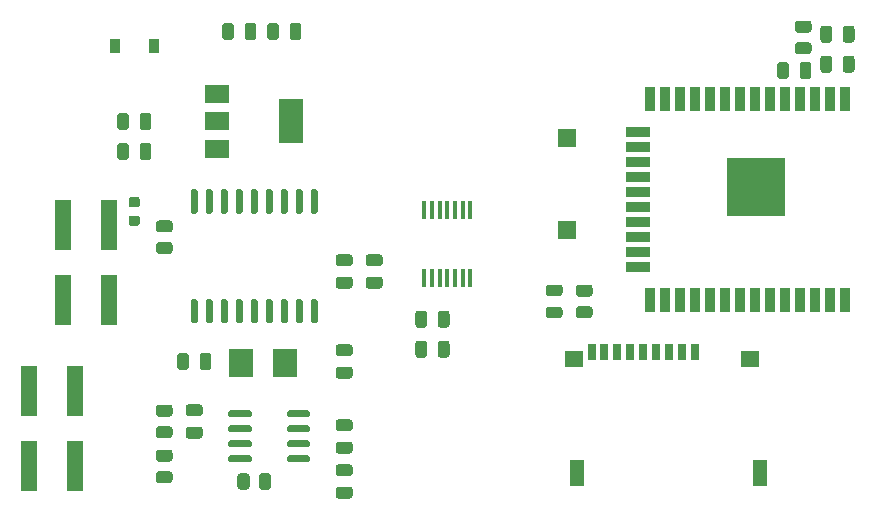
<source format=gbr>
%TF.GenerationSoftware,KiCad,Pcbnew,(5.1.9)-1*%
%TF.CreationDate,2021-06-15T18:17:50-05:00*%
%TF.ProjectId,SLKCAN,534c4b43-414e-42e6-9b69-6361645f7063,rev?*%
%TF.SameCoordinates,Original*%
%TF.FileFunction,Paste,Top*%
%TF.FilePolarity,Positive*%
%FSLAX46Y46*%
G04 Gerber Fmt 4.6, Leading zero omitted, Abs format (unit mm)*
G04 Created by KiCad (PCBNEW (5.1.9)-1) date 2021-06-15 18:17:50*
%MOMM*%
%LPD*%
G01*
G04 APERTURE LIST*
%ADD10R,0.410000X1.570000*%
%ADD11R,1.400000X4.200000*%
%ADD12R,2.000000X2.400000*%
%ADD13R,0.900000X2.000000*%
%ADD14R,2.000000X0.900000*%
%ADD15R,5.000000X5.000000*%
%ADD16R,2.000000X1.500000*%
%ADD17R,2.000000X3.800000*%
%ADD18R,1.500000X1.500000*%
%ADD19R,1.200000X2.200000*%
%ADD20R,1.600000X1.400000*%
%ADD21R,0.700000X1.400000*%
%ADD22R,0.900000X1.200000*%
G04 APERTURE END LIST*
D10*
%TO.C,U6*%
X150294303Y-87539275D03*
X150944303Y-87539275D03*
X151594303Y-87539275D03*
X152244303Y-87539275D03*
X152894303Y-87539275D03*
X153544303Y-87539275D03*
X154194303Y-87539275D03*
X154194303Y-93279275D03*
X153544303Y-93279275D03*
X152894303Y-93279275D03*
X152244303Y-93279275D03*
X151594303Y-93279275D03*
X150944303Y-93279275D03*
X150294303Y-93279275D03*
%TD*%
D11*
%TO.C,L4*%
X119686989Y-95147279D03*
X123586989Y-95147279D03*
%TD*%
%TO.C,L3*%
X116840000Y-102870000D03*
X120740000Y-102870000D03*
%TD*%
%TO.C,L2*%
X116840000Y-109220000D03*
X120740000Y-109220000D03*
%TD*%
%TO.C,L1*%
X119686989Y-88797279D03*
X123586989Y-88797279D03*
%TD*%
D12*
%TO.C,Y1*%
X134802821Y-100487227D03*
X138502821Y-100487227D03*
%TD*%
%TO.C,U5*%
G36*
G01*
X135660000Y-108435000D02*
X135660000Y-108735000D01*
G75*
G02*
X135510000Y-108885000I-150000J0D01*
G01*
X133860000Y-108885000D01*
G75*
G02*
X133710000Y-108735000I0J150000D01*
G01*
X133710000Y-108435000D01*
G75*
G02*
X133860000Y-108285000I150000J0D01*
G01*
X135510000Y-108285000D01*
G75*
G02*
X135660000Y-108435000I0J-150000D01*
G01*
G37*
G36*
G01*
X135660000Y-107165000D02*
X135660000Y-107465000D01*
G75*
G02*
X135510000Y-107615000I-150000J0D01*
G01*
X133860000Y-107615000D01*
G75*
G02*
X133710000Y-107465000I0J150000D01*
G01*
X133710000Y-107165000D01*
G75*
G02*
X133860000Y-107015000I150000J0D01*
G01*
X135510000Y-107015000D01*
G75*
G02*
X135660000Y-107165000I0J-150000D01*
G01*
G37*
G36*
G01*
X135660000Y-105895000D02*
X135660000Y-106195000D01*
G75*
G02*
X135510000Y-106345000I-150000J0D01*
G01*
X133860000Y-106345000D01*
G75*
G02*
X133710000Y-106195000I0J150000D01*
G01*
X133710000Y-105895000D01*
G75*
G02*
X133860000Y-105745000I150000J0D01*
G01*
X135510000Y-105745000D01*
G75*
G02*
X135660000Y-105895000I0J-150000D01*
G01*
G37*
G36*
G01*
X135660000Y-104625000D02*
X135660000Y-104925000D01*
G75*
G02*
X135510000Y-105075000I-150000J0D01*
G01*
X133860000Y-105075000D01*
G75*
G02*
X133710000Y-104925000I0J150000D01*
G01*
X133710000Y-104625000D01*
G75*
G02*
X133860000Y-104475000I150000J0D01*
G01*
X135510000Y-104475000D01*
G75*
G02*
X135660000Y-104625000I0J-150000D01*
G01*
G37*
G36*
G01*
X140610000Y-104625000D02*
X140610000Y-104925000D01*
G75*
G02*
X140460000Y-105075000I-150000J0D01*
G01*
X138810000Y-105075000D01*
G75*
G02*
X138660000Y-104925000I0J150000D01*
G01*
X138660000Y-104625000D01*
G75*
G02*
X138810000Y-104475000I150000J0D01*
G01*
X140460000Y-104475000D01*
G75*
G02*
X140610000Y-104625000I0J-150000D01*
G01*
G37*
G36*
G01*
X140610000Y-105895000D02*
X140610000Y-106195000D01*
G75*
G02*
X140460000Y-106345000I-150000J0D01*
G01*
X138810000Y-106345000D01*
G75*
G02*
X138660000Y-106195000I0J150000D01*
G01*
X138660000Y-105895000D01*
G75*
G02*
X138810000Y-105745000I150000J0D01*
G01*
X140460000Y-105745000D01*
G75*
G02*
X140610000Y-105895000I0J-150000D01*
G01*
G37*
G36*
G01*
X140610000Y-107165000D02*
X140610000Y-107465000D01*
G75*
G02*
X140460000Y-107615000I-150000J0D01*
G01*
X138810000Y-107615000D01*
G75*
G02*
X138660000Y-107465000I0J150000D01*
G01*
X138660000Y-107165000D01*
G75*
G02*
X138810000Y-107015000I150000J0D01*
G01*
X140460000Y-107015000D01*
G75*
G02*
X140610000Y-107165000I0J-150000D01*
G01*
G37*
G36*
G01*
X140610000Y-108435000D02*
X140610000Y-108735000D01*
G75*
G02*
X140460000Y-108885000I-150000J0D01*
G01*
X138810000Y-108885000D01*
G75*
G02*
X138660000Y-108735000I0J150000D01*
G01*
X138660000Y-108435000D01*
G75*
G02*
X138810000Y-108285000I150000J0D01*
G01*
X140460000Y-108285000D01*
G75*
G02*
X140610000Y-108435000I0J-150000D01*
G01*
G37*
%TD*%
%TO.C,U4*%
G36*
G01*
X130960000Y-87815000D02*
X130660000Y-87815000D01*
G75*
G02*
X130510000Y-87665000I0J150000D01*
G01*
X130510000Y-85915000D01*
G75*
G02*
X130660000Y-85765000I150000J0D01*
G01*
X130960000Y-85765000D01*
G75*
G02*
X131110000Y-85915000I0J-150000D01*
G01*
X131110000Y-87665000D01*
G75*
G02*
X130960000Y-87815000I-150000J0D01*
G01*
G37*
G36*
G01*
X132230000Y-87815000D02*
X131930000Y-87815000D01*
G75*
G02*
X131780000Y-87665000I0J150000D01*
G01*
X131780000Y-85915000D01*
G75*
G02*
X131930000Y-85765000I150000J0D01*
G01*
X132230000Y-85765000D01*
G75*
G02*
X132380000Y-85915000I0J-150000D01*
G01*
X132380000Y-87665000D01*
G75*
G02*
X132230000Y-87815000I-150000J0D01*
G01*
G37*
G36*
G01*
X133500000Y-87815000D02*
X133200000Y-87815000D01*
G75*
G02*
X133050000Y-87665000I0J150000D01*
G01*
X133050000Y-85915000D01*
G75*
G02*
X133200000Y-85765000I150000J0D01*
G01*
X133500000Y-85765000D01*
G75*
G02*
X133650000Y-85915000I0J-150000D01*
G01*
X133650000Y-87665000D01*
G75*
G02*
X133500000Y-87815000I-150000J0D01*
G01*
G37*
G36*
G01*
X134770000Y-87815000D02*
X134470000Y-87815000D01*
G75*
G02*
X134320000Y-87665000I0J150000D01*
G01*
X134320000Y-85915000D01*
G75*
G02*
X134470000Y-85765000I150000J0D01*
G01*
X134770000Y-85765000D01*
G75*
G02*
X134920000Y-85915000I0J-150000D01*
G01*
X134920000Y-87665000D01*
G75*
G02*
X134770000Y-87815000I-150000J0D01*
G01*
G37*
G36*
G01*
X136040000Y-87815000D02*
X135740000Y-87815000D01*
G75*
G02*
X135590000Y-87665000I0J150000D01*
G01*
X135590000Y-85915000D01*
G75*
G02*
X135740000Y-85765000I150000J0D01*
G01*
X136040000Y-85765000D01*
G75*
G02*
X136190000Y-85915000I0J-150000D01*
G01*
X136190000Y-87665000D01*
G75*
G02*
X136040000Y-87815000I-150000J0D01*
G01*
G37*
G36*
G01*
X137310000Y-87815000D02*
X137010000Y-87815000D01*
G75*
G02*
X136860000Y-87665000I0J150000D01*
G01*
X136860000Y-85915000D01*
G75*
G02*
X137010000Y-85765000I150000J0D01*
G01*
X137310000Y-85765000D01*
G75*
G02*
X137460000Y-85915000I0J-150000D01*
G01*
X137460000Y-87665000D01*
G75*
G02*
X137310000Y-87815000I-150000J0D01*
G01*
G37*
G36*
G01*
X138580000Y-87815000D02*
X138280000Y-87815000D01*
G75*
G02*
X138130000Y-87665000I0J150000D01*
G01*
X138130000Y-85915000D01*
G75*
G02*
X138280000Y-85765000I150000J0D01*
G01*
X138580000Y-85765000D01*
G75*
G02*
X138730000Y-85915000I0J-150000D01*
G01*
X138730000Y-87665000D01*
G75*
G02*
X138580000Y-87815000I-150000J0D01*
G01*
G37*
G36*
G01*
X139850000Y-87815000D02*
X139550000Y-87815000D01*
G75*
G02*
X139400000Y-87665000I0J150000D01*
G01*
X139400000Y-85915000D01*
G75*
G02*
X139550000Y-85765000I150000J0D01*
G01*
X139850000Y-85765000D01*
G75*
G02*
X140000000Y-85915000I0J-150000D01*
G01*
X140000000Y-87665000D01*
G75*
G02*
X139850000Y-87815000I-150000J0D01*
G01*
G37*
G36*
G01*
X141120000Y-87815000D02*
X140820000Y-87815000D01*
G75*
G02*
X140670000Y-87665000I0J150000D01*
G01*
X140670000Y-85915000D01*
G75*
G02*
X140820000Y-85765000I150000J0D01*
G01*
X141120000Y-85765000D01*
G75*
G02*
X141270000Y-85915000I0J-150000D01*
G01*
X141270000Y-87665000D01*
G75*
G02*
X141120000Y-87815000I-150000J0D01*
G01*
G37*
G36*
G01*
X141120000Y-97115000D02*
X140820000Y-97115000D01*
G75*
G02*
X140670000Y-96965000I0J150000D01*
G01*
X140670000Y-95215000D01*
G75*
G02*
X140820000Y-95065000I150000J0D01*
G01*
X141120000Y-95065000D01*
G75*
G02*
X141270000Y-95215000I0J-150000D01*
G01*
X141270000Y-96965000D01*
G75*
G02*
X141120000Y-97115000I-150000J0D01*
G01*
G37*
G36*
G01*
X139850000Y-97115000D02*
X139550000Y-97115000D01*
G75*
G02*
X139400000Y-96965000I0J150000D01*
G01*
X139400000Y-95215000D01*
G75*
G02*
X139550000Y-95065000I150000J0D01*
G01*
X139850000Y-95065000D01*
G75*
G02*
X140000000Y-95215000I0J-150000D01*
G01*
X140000000Y-96965000D01*
G75*
G02*
X139850000Y-97115000I-150000J0D01*
G01*
G37*
G36*
G01*
X138580000Y-97115000D02*
X138280000Y-97115000D01*
G75*
G02*
X138130000Y-96965000I0J150000D01*
G01*
X138130000Y-95215000D01*
G75*
G02*
X138280000Y-95065000I150000J0D01*
G01*
X138580000Y-95065000D01*
G75*
G02*
X138730000Y-95215000I0J-150000D01*
G01*
X138730000Y-96965000D01*
G75*
G02*
X138580000Y-97115000I-150000J0D01*
G01*
G37*
G36*
G01*
X137310000Y-97115000D02*
X137010000Y-97115000D01*
G75*
G02*
X136860000Y-96965000I0J150000D01*
G01*
X136860000Y-95215000D01*
G75*
G02*
X137010000Y-95065000I150000J0D01*
G01*
X137310000Y-95065000D01*
G75*
G02*
X137460000Y-95215000I0J-150000D01*
G01*
X137460000Y-96965000D01*
G75*
G02*
X137310000Y-97115000I-150000J0D01*
G01*
G37*
G36*
G01*
X136040000Y-97115000D02*
X135740000Y-97115000D01*
G75*
G02*
X135590000Y-96965000I0J150000D01*
G01*
X135590000Y-95215000D01*
G75*
G02*
X135740000Y-95065000I150000J0D01*
G01*
X136040000Y-95065000D01*
G75*
G02*
X136190000Y-95215000I0J-150000D01*
G01*
X136190000Y-96965000D01*
G75*
G02*
X136040000Y-97115000I-150000J0D01*
G01*
G37*
G36*
G01*
X134770000Y-97115000D02*
X134470000Y-97115000D01*
G75*
G02*
X134320000Y-96965000I0J150000D01*
G01*
X134320000Y-95215000D01*
G75*
G02*
X134470000Y-95065000I150000J0D01*
G01*
X134770000Y-95065000D01*
G75*
G02*
X134920000Y-95215000I0J-150000D01*
G01*
X134920000Y-96965000D01*
G75*
G02*
X134770000Y-97115000I-150000J0D01*
G01*
G37*
G36*
G01*
X133500000Y-97115000D02*
X133200000Y-97115000D01*
G75*
G02*
X133050000Y-96965000I0J150000D01*
G01*
X133050000Y-95215000D01*
G75*
G02*
X133200000Y-95065000I150000J0D01*
G01*
X133500000Y-95065000D01*
G75*
G02*
X133650000Y-95215000I0J-150000D01*
G01*
X133650000Y-96965000D01*
G75*
G02*
X133500000Y-97115000I-150000J0D01*
G01*
G37*
G36*
G01*
X132230000Y-97115000D02*
X131930000Y-97115000D01*
G75*
G02*
X131780000Y-96965000I0J150000D01*
G01*
X131780000Y-95215000D01*
G75*
G02*
X131930000Y-95065000I150000J0D01*
G01*
X132230000Y-95065000D01*
G75*
G02*
X132380000Y-95215000I0J-150000D01*
G01*
X132380000Y-96965000D01*
G75*
G02*
X132230000Y-97115000I-150000J0D01*
G01*
G37*
G36*
G01*
X130960000Y-97115000D02*
X130660000Y-97115000D01*
G75*
G02*
X130510000Y-96965000I0J150000D01*
G01*
X130510000Y-95215000D01*
G75*
G02*
X130660000Y-95065000I150000J0D01*
G01*
X130960000Y-95065000D01*
G75*
G02*
X131110000Y-95215000I0J-150000D01*
G01*
X131110000Y-96965000D01*
G75*
G02*
X130960000Y-97115000I-150000J0D01*
G01*
G37*
%TD*%
D13*
%TO.C,U3*%
X185899303Y-95099275D03*
X184629303Y-95099275D03*
X183359303Y-95099275D03*
X182089303Y-95099275D03*
X180819303Y-95099275D03*
X179549303Y-95099275D03*
X178279303Y-95099275D03*
X177009303Y-95099275D03*
X175739303Y-95099275D03*
X174469303Y-95099275D03*
X173199303Y-95099275D03*
X171929303Y-95099275D03*
X170659303Y-95099275D03*
X169389303Y-95099275D03*
D14*
X168389303Y-92314275D03*
X168389303Y-91044275D03*
X168389303Y-89774275D03*
X168389303Y-88504275D03*
X168389303Y-87234275D03*
X168389303Y-85964275D03*
X168389303Y-84694275D03*
X168389303Y-83424275D03*
X168389303Y-82154275D03*
X168389303Y-80884275D03*
D13*
X169389303Y-78099275D03*
X170659303Y-78099275D03*
X171929303Y-78099275D03*
X173199303Y-78099275D03*
X174469303Y-78099275D03*
X175739303Y-78099275D03*
X177009303Y-78099275D03*
X178279303Y-78099275D03*
X179549303Y-78099275D03*
X180819303Y-78099275D03*
X182089303Y-78099275D03*
X183359303Y-78099275D03*
X184629303Y-78099275D03*
X185899303Y-78099275D03*
D15*
X178399303Y-85599275D03*
%TD*%
D16*
%TO.C,U1*%
X132740000Y-77710000D03*
X132740000Y-82310000D03*
X132740000Y-80010000D03*
D17*
X139040000Y-80010000D03*
%TD*%
D18*
%TO.C,SW1*%
X162404303Y-81429275D03*
X162404303Y-89229275D03*
%TD*%
%TO.C,R6*%
G36*
G01*
X163379998Y-95650000D02*
X164280002Y-95650000D01*
G75*
G02*
X164530000Y-95899998I0J-249998D01*
G01*
X164530000Y-96425002D01*
G75*
G02*
X164280002Y-96675000I-249998J0D01*
G01*
X163379998Y-96675000D01*
G75*
G02*
X163130000Y-96425002I0J249998D01*
G01*
X163130000Y-95899998D01*
G75*
G02*
X163379998Y-95650000I249998J0D01*
G01*
G37*
G36*
G01*
X163379998Y-93825000D02*
X164280002Y-93825000D01*
G75*
G02*
X164530000Y-94074998I0J-249998D01*
G01*
X164530000Y-94600002D01*
G75*
G02*
X164280002Y-94850000I-249998J0D01*
G01*
X163379998Y-94850000D01*
G75*
G02*
X163130000Y-94600002I0J249998D01*
G01*
X163130000Y-94074998D01*
G75*
G02*
X163379998Y-93825000I249998J0D01*
G01*
G37*
%TD*%
%TO.C,R5*%
G36*
G01*
X127819998Y-105810000D02*
X128720002Y-105810000D01*
G75*
G02*
X128970000Y-106059998I0J-249998D01*
G01*
X128970000Y-106585002D01*
G75*
G02*
X128720002Y-106835000I-249998J0D01*
G01*
X127819998Y-106835000D01*
G75*
G02*
X127570000Y-106585002I0J249998D01*
G01*
X127570000Y-106059998D01*
G75*
G02*
X127819998Y-105810000I249998J0D01*
G01*
G37*
G36*
G01*
X127819998Y-103985000D02*
X128720002Y-103985000D01*
G75*
G02*
X128970000Y-104234998I0J-249998D01*
G01*
X128970000Y-104760002D01*
G75*
G02*
X128720002Y-105010000I-249998J0D01*
G01*
X127819998Y-105010000D01*
G75*
G02*
X127570000Y-104760002I0J249998D01*
G01*
X127570000Y-104234998D01*
G75*
G02*
X127819998Y-103985000I249998J0D01*
G01*
G37*
%TD*%
%TO.C,R4*%
G36*
G01*
X127819998Y-109620000D02*
X128720002Y-109620000D01*
G75*
G02*
X128970000Y-109869998I0J-249998D01*
G01*
X128970000Y-110395002D01*
G75*
G02*
X128720002Y-110645000I-249998J0D01*
G01*
X127819998Y-110645000D01*
G75*
G02*
X127570000Y-110395002I0J249998D01*
G01*
X127570000Y-109869998D01*
G75*
G02*
X127819998Y-109620000I249998J0D01*
G01*
G37*
G36*
G01*
X127819998Y-107795000D02*
X128720002Y-107795000D01*
G75*
G02*
X128970000Y-108044998I0J-249998D01*
G01*
X128970000Y-108570002D01*
G75*
G02*
X128720002Y-108820000I-249998J0D01*
G01*
X127819998Y-108820000D01*
G75*
G02*
X127570000Y-108570002I0J249998D01*
G01*
X127570000Y-108044998D01*
G75*
G02*
X127819998Y-107795000I249998J0D01*
G01*
G37*
%TD*%
%TO.C,R3*%
G36*
G01*
X127819998Y-90212500D02*
X128720002Y-90212500D01*
G75*
G02*
X128970000Y-90462498I0J-249998D01*
G01*
X128970000Y-90987502D01*
G75*
G02*
X128720002Y-91237500I-249998J0D01*
G01*
X127819998Y-91237500D01*
G75*
G02*
X127570000Y-90987502I0J249998D01*
G01*
X127570000Y-90462498D01*
G75*
G02*
X127819998Y-90212500I249998J0D01*
G01*
G37*
G36*
G01*
X127819998Y-88387500D02*
X128720002Y-88387500D01*
G75*
G02*
X128970000Y-88637498I0J-249998D01*
G01*
X128970000Y-89162502D01*
G75*
G02*
X128720002Y-89412500I-249998J0D01*
G01*
X127819998Y-89412500D01*
G75*
G02*
X127570000Y-89162502I0J249998D01*
G01*
X127570000Y-88637498D01*
G75*
G02*
X127819998Y-88387500I249998J0D01*
G01*
G37*
%TD*%
%TO.C,R2*%
G36*
G01*
X136290000Y-110940002D02*
X136290000Y-110039998D01*
G75*
G02*
X136539998Y-109790000I249998J0D01*
G01*
X137065002Y-109790000D01*
G75*
G02*
X137315000Y-110039998I0J-249998D01*
G01*
X137315000Y-110940002D01*
G75*
G02*
X137065002Y-111190000I-249998J0D01*
G01*
X136539998Y-111190000D01*
G75*
G02*
X136290000Y-110940002I0J249998D01*
G01*
G37*
G36*
G01*
X134465000Y-110940002D02*
X134465000Y-110039998D01*
G75*
G02*
X134714998Y-109790000I249998J0D01*
G01*
X135240002Y-109790000D01*
G75*
G02*
X135490000Y-110039998I0J-249998D01*
G01*
X135490000Y-110940002D01*
G75*
G02*
X135240002Y-111190000I-249998J0D01*
G01*
X134714998Y-111190000D01*
G75*
G02*
X134465000Y-110940002I0J249998D01*
G01*
G37*
%TD*%
%TO.C,R1*%
G36*
G01*
X181921998Y-73298000D02*
X182822002Y-73298000D01*
G75*
G02*
X183072000Y-73547998I0J-249998D01*
G01*
X183072000Y-74073002D01*
G75*
G02*
X182822002Y-74323000I-249998J0D01*
G01*
X181921998Y-74323000D01*
G75*
G02*
X181672000Y-74073002I0J249998D01*
G01*
X181672000Y-73547998D01*
G75*
G02*
X181921998Y-73298000I249998J0D01*
G01*
G37*
G36*
G01*
X181921998Y-71473000D02*
X182822002Y-71473000D01*
G75*
G02*
X183072000Y-71722998I0J-249998D01*
G01*
X183072000Y-72248002D01*
G75*
G02*
X182822002Y-72498000I-249998J0D01*
G01*
X181921998Y-72498000D01*
G75*
G02*
X181672000Y-72248002I0J249998D01*
G01*
X181672000Y-71722998D01*
G75*
G02*
X181921998Y-71473000I249998J0D01*
G01*
G37*
%TD*%
D19*
%TO.C,J3*%
X178744689Y-109740283D03*
X163244689Y-109740283D03*
D20*
X177844689Y-100140283D03*
X162994689Y-100140283D03*
D21*
X164444689Y-99540283D03*
X165544689Y-99540283D03*
X166644689Y-99540283D03*
X167744689Y-99540283D03*
X168844689Y-99540283D03*
X169944689Y-99540283D03*
X171044689Y-99540283D03*
X172144689Y-99540283D03*
X173244689Y-99540283D03*
%TD*%
%TO.C,F1*%
G36*
G01*
X125473750Y-87980000D02*
X125986250Y-87980000D01*
G75*
G02*
X126205000Y-88198750I0J-218750D01*
G01*
X126205000Y-88636250D01*
G75*
G02*
X125986250Y-88855000I-218750J0D01*
G01*
X125473750Y-88855000D01*
G75*
G02*
X125255000Y-88636250I0J218750D01*
G01*
X125255000Y-88198750D01*
G75*
G02*
X125473750Y-87980000I218750J0D01*
G01*
G37*
G36*
G01*
X125473750Y-86405000D02*
X125986250Y-86405000D01*
G75*
G02*
X126205000Y-86623750I0J-218750D01*
G01*
X126205000Y-87061250D01*
G75*
G02*
X125986250Y-87280000I-218750J0D01*
G01*
X125473750Y-87280000D01*
G75*
G02*
X125255000Y-87061250I0J218750D01*
G01*
X125255000Y-86623750D01*
G75*
G02*
X125473750Y-86405000I218750J0D01*
G01*
G37*
%TD*%
%TO.C,D2*%
G36*
G01*
X160833750Y-95700000D02*
X161746250Y-95700000D01*
G75*
G02*
X161990000Y-95943750I0J-243750D01*
G01*
X161990000Y-96431250D01*
G75*
G02*
X161746250Y-96675000I-243750J0D01*
G01*
X160833750Y-96675000D01*
G75*
G02*
X160590000Y-96431250I0J243750D01*
G01*
X160590000Y-95943750D01*
G75*
G02*
X160833750Y-95700000I243750J0D01*
G01*
G37*
G36*
G01*
X160833750Y-93825000D02*
X161746250Y-93825000D01*
G75*
G02*
X161990000Y-94068750I0J-243750D01*
G01*
X161990000Y-94556250D01*
G75*
G02*
X161746250Y-94800000I-243750J0D01*
G01*
X160833750Y-94800000D01*
G75*
G02*
X160590000Y-94556250I0J243750D01*
G01*
X160590000Y-94068750D01*
G75*
G02*
X160833750Y-93825000I243750J0D01*
G01*
G37*
%TD*%
D22*
%TO.C,D1*%
X127380000Y-73660000D03*
X124080000Y-73660000D03*
%TD*%
%TO.C,C16*%
G36*
G01*
X143035000Y-110940000D02*
X143985000Y-110940000D01*
G75*
G02*
X144235000Y-111190000I0J-250000D01*
G01*
X144235000Y-111690000D01*
G75*
G02*
X143985000Y-111940000I-250000J0D01*
G01*
X143035000Y-111940000D01*
G75*
G02*
X142785000Y-111690000I0J250000D01*
G01*
X142785000Y-111190000D01*
G75*
G02*
X143035000Y-110940000I250000J0D01*
G01*
G37*
G36*
G01*
X143035000Y-109040000D02*
X143985000Y-109040000D01*
G75*
G02*
X144235000Y-109290000I0J-250000D01*
G01*
X144235000Y-109790000D01*
G75*
G02*
X143985000Y-110040000I-250000J0D01*
G01*
X143035000Y-110040000D01*
G75*
G02*
X142785000Y-109790000I0J250000D01*
G01*
X142785000Y-109290000D01*
G75*
G02*
X143035000Y-109040000I250000J0D01*
G01*
G37*
%TD*%
%TO.C,C15*%
G36*
G01*
X131285000Y-104960000D02*
X130335000Y-104960000D01*
G75*
G02*
X130085000Y-104710000I0J250000D01*
G01*
X130085000Y-104210000D01*
G75*
G02*
X130335000Y-103960000I250000J0D01*
G01*
X131285000Y-103960000D01*
G75*
G02*
X131535000Y-104210000I0J-250000D01*
G01*
X131535000Y-104710000D01*
G75*
G02*
X131285000Y-104960000I-250000J0D01*
G01*
G37*
G36*
G01*
X131285000Y-106860000D02*
X130335000Y-106860000D01*
G75*
G02*
X130085000Y-106610000I0J250000D01*
G01*
X130085000Y-106110000D01*
G75*
G02*
X130335000Y-105860000I250000J0D01*
G01*
X131285000Y-105860000D01*
G75*
G02*
X131535000Y-106110000I0J-250000D01*
G01*
X131535000Y-106610000D01*
G75*
G02*
X131285000Y-106860000I-250000J0D01*
G01*
G37*
%TD*%
%TO.C,C14*%
G36*
G01*
X143985000Y-106230000D02*
X143035000Y-106230000D01*
G75*
G02*
X142785000Y-105980000I0J250000D01*
G01*
X142785000Y-105480000D01*
G75*
G02*
X143035000Y-105230000I250000J0D01*
G01*
X143985000Y-105230000D01*
G75*
G02*
X144235000Y-105480000I0J-250000D01*
G01*
X144235000Y-105980000D01*
G75*
G02*
X143985000Y-106230000I-250000J0D01*
G01*
G37*
G36*
G01*
X143985000Y-108130000D02*
X143035000Y-108130000D01*
G75*
G02*
X142785000Y-107880000I0J250000D01*
G01*
X142785000Y-107380000D01*
G75*
G02*
X143035000Y-107130000I250000J0D01*
G01*
X143985000Y-107130000D01*
G75*
G02*
X144235000Y-107380000I0J-250000D01*
G01*
X144235000Y-107880000D01*
G75*
G02*
X143985000Y-108130000I-250000J0D01*
G01*
G37*
%TD*%
%TO.C,C13*%
G36*
G01*
X143985000Y-92260000D02*
X143035000Y-92260000D01*
G75*
G02*
X142785000Y-92010000I0J250000D01*
G01*
X142785000Y-91510000D01*
G75*
G02*
X143035000Y-91260000I250000J0D01*
G01*
X143985000Y-91260000D01*
G75*
G02*
X144235000Y-91510000I0J-250000D01*
G01*
X144235000Y-92010000D01*
G75*
G02*
X143985000Y-92260000I-250000J0D01*
G01*
G37*
G36*
G01*
X143985000Y-94160000D02*
X143035000Y-94160000D01*
G75*
G02*
X142785000Y-93910000I0J250000D01*
G01*
X142785000Y-93410000D01*
G75*
G02*
X143035000Y-93160000I250000J0D01*
G01*
X143985000Y-93160000D01*
G75*
G02*
X144235000Y-93410000I0J-250000D01*
G01*
X144235000Y-93910000D01*
G75*
G02*
X143985000Y-94160000I-250000J0D01*
G01*
G37*
%TD*%
%TO.C,C12*%
G36*
G01*
X146525000Y-92260000D02*
X145575000Y-92260000D01*
G75*
G02*
X145325000Y-92010000I0J250000D01*
G01*
X145325000Y-91510000D01*
G75*
G02*
X145575000Y-91260000I250000J0D01*
G01*
X146525000Y-91260000D01*
G75*
G02*
X146775000Y-91510000I0J-250000D01*
G01*
X146775000Y-92010000D01*
G75*
G02*
X146525000Y-92260000I-250000J0D01*
G01*
G37*
G36*
G01*
X146525000Y-94160000D02*
X145575000Y-94160000D01*
G75*
G02*
X145325000Y-93910000I0J250000D01*
G01*
X145325000Y-93410000D01*
G75*
G02*
X145575000Y-93160000I250000J0D01*
G01*
X146525000Y-93160000D01*
G75*
G02*
X146775000Y-93410000I0J-250000D01*
G01*
X146775000Y-93910000D01*
G75*
G02*
X146525000Y-94160000I-250000J0D01*
G01*
G37*
%TD*%
%TO.C,C11*%
G36*
G01*
X125280000Y-82075000D02*
X125280000Y-83025000D01*
G75*
G02*
X125030000Y-83275000I-250000J0D01*
G01*
X124530000Y-83275000D01*
G75*
G02*
X124280000Y-83025000I0J250000D01*
G01*
X124280000Y-82075000D01*
G75*
G02*
X124530000Y-81825000I250000J0D01*
G01*
X125030000Y-81825000D01*
G75*
G02*
X125280000Y-82075000I0J-250000D01*
G01*
G37*
G36*
G01*
X127180000Y-82075000D02*
X127180000Y-83025000D01*
G75*
G02*
X126930000Y-83275000I-250000J0D01*
G01*
X126430000Y-83275000D01*
G75*
G02*
X126180000Y-83025000I0J250000D01*
G01*
X126180000Y-82075000D01*
G75*
G02*
X126430000Y-81825000I250000J0D01*
G01*
X126930000Y-81825000D01*
G75*
G02*
X127180000Y-82075000I0J-250000D01*
G01*
G37*
%TD*%
%TO.C,C10*%
G36*
G01*
X150524303Y-98824275D02*
X150524303Y-99774275D01*
G75*
G02*
X150274303Y-100024275I-250000J0D01*
G01*
X149774303Y-100024275D01*
G75*
G02*
X149524303Y-99774275I0J250000D01*
G01*
X149524303Y-98824275D01*
G75*
G02*
X149774303Y-98574275I250000J0D01*
G01*
X150274303Y-98574275D01*
G75*
G02*
X150524303Y-98824275I0J-250000D01*
G01*
G37*
G36*
G01*
X152424303Y-98824275D02*
X152424303Y-99774275D01*
G75*
G02*
X152174303Y-100024275I-250000J0D01*
G01*
X151674303Y-100024275D01*
G75*
G02*
X151424303Y-99774275I0J250000D01*
G01*
X151424303Y-98824275D01*
G75*
G02*
X151674303Y-98574275I250000J0D01*
G01*
X152174303Y-98574275D01*
G75*
G02*
X152424303Y-98824275I0J-250000D01*
G01*
G37*
%TD*%
%TO.C,C9*%
G36*
G01*
X150524303Y-96284275D02*
X150524303Y-97234275D01*
G75*
G02*
X150274303Y-97484275I-250000J0D01*
G01*
X149774303Y-97484275D01*
G75*
G02*
X149524303Y-97234275I0J250000D01*
G01*
X149524303Y-96284275D01*
G75*
G02*
X149774303Y-96034275I250000J0D01*
G01*
X150274303Y-96034275D01*
G75*
G02*
X150524303Y-96284275I0J-250000D01*
G01*
G37*
G36*
G01*
X152424303Y-96284275D02*
X152424303Y-97234275D01*
G75*
G02*
X152174303Y-97484275I-250000J0D01*
G01*
X151674303Y-97484275D01*
G75*
G02*
X151424303Y-97234275I0J250000D01*
G01*
X151424303Y-96284275D01*
G75*
G02*
X151674303Y-96034275I250000J0D01*
G01*
X152174303Y-96034275D01*
G75*
G02*
X152424303Y-96284275I0J-250000D01*
G01*
G37*
%TD*%
%TO.C,C8*%
G36*
G01*
X143985000Y-99880000D02*
X143035000Y-99880000D01*
G75*
G02*
X142785000Y-99630000I0J250000D01*
G01*
X142785000Y-99130000D01*
G75*
G02*
X143035000Y-98880000I250000J0D01*
G01*
X143985000Y-98880000D01*
G75*
G02*
X144235000Y-99130000I0J-250000D01*
G01*
X144235000Y-99630000D01*
G75*
G02*
X143985000Y-99880000I-250000J0D01*
G01*
G37*
G36*
G01*
X143985000Y-101780000D02*
X143035000Y-101780000D01*
G75*
G02*
X142785000Y-101530000I0J250000D01*
G01*
X142785000Y-101030000D01*
G75*
G02*
X143035000Y-100780000I250000J0D01*
G01*
X143985000Y-100780000D01*
G75*
G02*
X144235000Y-101030000I0J-250000D01*
G01*
X144235000Y-101530000D01*
G75*
G02*
X143985000Y-101780000I-250000J0D01*
G01*
G37*
%TD*%
%TO.C,C7*%
G36*
G01*
X130360000Y-99855000D02*
X130360000Y-100805000D01*
G75*
G02*
X130110000Y-101055000I-250000J0D01*
G01*
X129610000Y-101055000D01*
G75*
G02*
X129360000Y-100805000I0J250000D01*
G01*
X129360000Y-99855000D01*
G75*
G02*
X129610000Y-99605000I250000J0D01*
G01*
X130110000Y-99605000D01*
G75*
G02*
X130360000Y-99855000I0J-250000D01*
G01*
G37*
G36*
G01*
X132260000Y-99855000D02*
X132260000Y-100805000D01*
G75*
G02*
X132010000Y-101055000I-250000J0D01*
G01*
X131510000Y-101055000D01*
G75*
G02*
X131260000Y-100805000I0J250000D01*
G01*
X131260000Y-99855000D01*
G75*
G02*
X131510000Y-99605000I250000J0D01*
G01*
X132010000Y-99605000D01*
G75*
G02*
X132260000Y-99855000I0J-250000D01*
G01*
G37*
%TD*%
%TO.C,C6*%
G36*
G01*
X184814303Y-72154275D02*
X184814303Y-73104275D01*
G75*
G02*
X184564303Y-73354275I-250000J0D01*
G01*
X184064303Y-73354275D01*
G75*
G02*
X183814303Y-73104275I0J250000D01*
G01*
X183814303Y-72154275D01*
G75*
G02*
X184064303Y-71904275I250000J0D01*
G01*
X184564303Y-71904275D01*
G75*
G02*
X184814303Y-72154275I0J-250000D01*
G01*
G37*
G36*
G01*
X186714303Y-72154275D02*
X186714303Y-73104275D01*
G75*
G02*
X186464303Y-73354275I-250000J0D01*
G01*
X185964303Y-73354275D01*
G75*
G02*
X185714303Y-73104275I0J250000D01*
G01*
X185714303Y-72154275D01*
G75*
G02*
X185964303Y-71904275I250000J0D01*
G01*
X186464303Y-71904275D01*
G75*
G02*
X186714303Y-72154275I0J-250000D01*
G01*
G37*
%TD*%
%TO.C,C5*%
G36*
G01*
X184814303Y-74694275D02*
X184814303Y-75644275D01*
G75*
G02*
X184564303Y-75894275I-250000J0D01*
G01*
X184064303Y-75894275D01*
G75*
G02*
X183814303Y-75644275I0J250000D01*
G01*
X183814303Y-74694275D01*
G75*
G02*
X184064303Y-74444275I250000J0D01*
G01*
X184564303Y-74444275D01*
G75*
G02*
X184814303Y-74694275I0J-250000D01*
G01*
G37*
G36*
G01*
X186714303Y-74694275D02*
X186714303Y-75644275D01*
G75*
G02*
X186464303Y-75894275I-250000J0D01*
G01*
X185964303Y-75894275D01*
G75*
G02*
X185714303Y-75644275I0J250000D01*
G01*
X185714303Y-74694275D01*
G75*
G02*
X185964303Y-74444275I250000J0D01*
G01*
X186464303Y-74444275D01*
G75*
G02*
X186714303Y-74694275I0J-250000D01*
G01*
G37*
%TD*%
%TO.C,C4*%
G36*
G01*
X137980000Y-71915000D02*
X137980000Y-72865000D01*
G75*
G02*
X137730000Y-73115000I-250000J0D01*
G01*
X137230000Y-73115000D01*
G75*
G02*
X136980000Y-72865000I0J250000D01*
G01*
X136980000Y-71915000D01*
G75*
G02*
X137230000Y-71665000I250000J0D01*
G01*
X137730000Y-71665000D01*
G75*
G02*
X137980000Y-71915000I0J-250000D01*
G01*
G37*
G36*
G01*
X139880000Y-71915000D02*
X139880000Y-72865000D01*
G75*
G02*
X139630000Y-73115000I-250000J0D01*
G01*
X139130000Y-73115000D01*
G75*
G02*
X138880000Y-72865000I0J250000D01*
G01*
X138880000Y-71915000D01*
G75*
G02*
X139130000Y-71665000I250000J0D01*
G01*
X139630000Y-71665000D01*
G75*
G02*
X139880000Y-71915000I0J-250000D01*
G01*
G37*
%TD*%
%TO.C,C3*%
G36*
G01*
X126180000Y-80485000D02*
X126180000Y-79535000D01*
G75*
G02*
X126430000Y-79285000I250000J0D01*
G01*
X126930000Y-79285000D01*
G75*
G02*
X127180000Y-79535000I0J-250000D01*
G01*
X127180000Y-80485000D01*
G75*
G02*
X126930000Y-80735000I-250000J0D01*
G01*
X126430000Y-80735000D01*
G75*
G02*
X126180000Y-80485000I0J250000D01*
G01*
G37*
G36*
G01*
X124280000Y-80485000D02*
X124280000Y-79535000D01*
G75*
G02*
X124530000Y-79285000I250000J0D01*
G01*
X125030000Y-79285000D01*
G75*
G02*
X125280000Y-79535000I0J-250000D01*
G01*
X125280000Y-80485000D01*
G75*
G02*
X125030000Y-80735000I-250000J0D01*
G01*
X124530000Y-80735000D01*
G75*
G02*
X124280000Y-80485000I0J250000D01*
G01*
G37*
%TD*%
%TO.C,C2*%
G36*
G01*
X181160000Y-75217000D02*
X181160000Y-76167000D01*
G75*
G02*
X180910000Y-76417000I-250000J0D01*
G01*
X180410000Y-76417000D01*
G75*
G02*
X180160000Y-76167000I0J250000D01*
G01*
X180160000Y-75217000D01*
G75*
G02*
X180410000Y-74967000I250000J0D01*
G01*
X180910000Y-74967000D01*
G75*
G02*
X181160000Y-75217000I0J-250000D01*
G01*
G37*
G36*
G01*
X183060000Y-75217000D02*
X183060000Y-76167000D01*
G75*
G02*
X182810000Y-76417000I-250000J0D01*
G01*
X182310000Y-76417000D01*
G75*
G02*
X182060000Y-76167000I0J250000D01*
G01*
X182060000Y-75217000D01*
G75*
G02*
X182310000Y-74967000I250000J0D01*
G01*
X182810000Y-74967000D01*
G75*
G02*
X183060000Y-75217000I0J-250000D01*
G01*
G37*
%TD*%
%TO.C,C1*%
G36*
G01*
X135070000Y-72865000D02*
X135070000Y-71915000D01*
G75*
G02*
X135320000Y-71665000I250000J0D01*
G01*
X135820000Y-71665000D01*
G75*
G02*
X136070000Y-71915000I0J-250000D01*
G01*
X136070000Y-72865000D01*
G75*
G02*
X135820000Y-73115000I-250000J0D01*
G01*
X135320000Y-73115000D01*
G75*
G02*
X135070000Y-72865000I0J250000D01*
G01*
G37*
G36*
G01*
X133170000Y-72865000D02*
X133170000Y-71915000D01*
G75*
G02*
X133420000Y-71665000I250000J0D01*
G01*
X133920000Y-71665000D01*
G75*
G02*
X134170000Y-71915000I0J-250000D01*
G01*
X134170000Y-72865000D01*
G75*
G02*
X133920000Y-73115000I-250000J0D01*
G01*
X133420000Y-73115000D01*
G75*
G02*
X133170000Y-72865000I0J250000D01*
G01*
G37*
%TD*%
M02*

</source>
